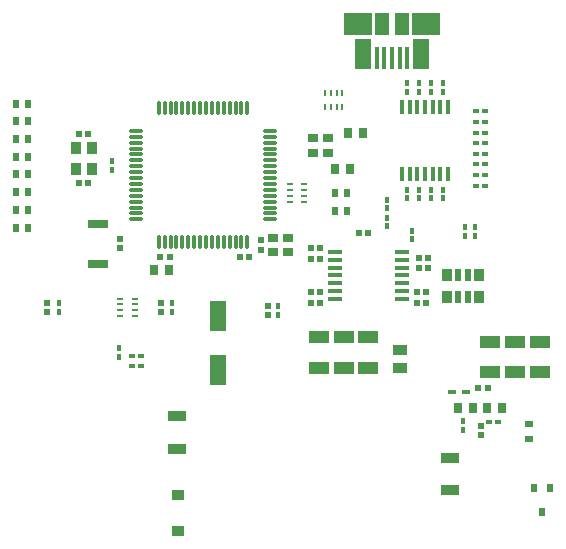
<source format=gtp>
G04*
G04 #@! TF.GenerationSoftware,Altium Limited,Altium Designer,18.0.9 (584)*
G04*
G04 Layer_Color=8421504*
%FSLAX25Y25*%
%MOIN*%
G70*
G01*
G75*
%ADD16R,0.04626X0.07480*%
%ADD17R,0.09350X0.07480*%
%ADD18R,0.05807X0.10236*%
%ADD19R,0.01772X0.07402*%
%ADD20R,0.01968X0.02953*%
%ADD21R,0.03543X0.03937*%
%ADD22O,0.01181X0.05118*%
%ADD23O,0.05118X0.01181*%
%ADD24O,0.04724X0.01575*%
%ADD25R,0.06693X0.03150*%
%ADD26O,0.00984X0.02559*%
%ADD27R,0.03347X0.04134*%
%ADD28R,0.02362X0.04134*%
%ADD29R,0.04921X0.03347*%
%ADD30R,0.03150X0.02362*%
%ADD31R,0.06496X0.03543*%
%ADD32R,0.02756X0.01181*%
%ADD33R,0.01968X0.02756*%
%ADD34R,0.03937X0.03543*%
%ADD35R,0.05512X0.10236*%
%ADD36R,0.06693X0.04331*%
%ADD37R,0.03543X0.03150*%
%ADD38R,0.02205X0.02047*%
%ADD39R,0.01772X0.01968*%
%ADD40R,0.02047X0.02205*%
%ADD41O,0.01575X0.04724*%
%ADD42R,0.01968X0.01772*%
%ADD43R,0.03150X0.03543*%
%ADD44O,0.02559X0.00984*%
D16*
X132529Y190945D02*
D03*
X139124D02*
D03*
D17*
X124360D02*
D03*
X147293D02*
D03*
D18*
X145522Y180905D02*
D03*
X126132D02*
D03*
D19*
X130709Y179488D02*
D03*
X133268D02*
D03*
X135827D02*
D03*
X138386D02*
D03*
X140945D02*
D03*
D20*
X120768Y128642D02*
D03*
X116831D02*
D03*
Y134547D02*
D03*
X120768D02*
D03*
X10630Y164370D02*
D03*
X14567D02*
D03*
Y158465D02*
D03*
X10630D02*
D03*
Y152559D02*
D03*
X14567D02*
D03*
Y146653D02*
D03*
X10630D02*
D03*
Y140748D02*
D03*
X14567D02*
D03*
Y134843D02*
D03*
X10630D02*
D03*
Y128937D02*
D03*
X14567D02*
D03*
Y123031D02*
D03*
X10630D02*
D03*
D21*
X35728Y149508D02*
D03*
Y142618D02*
D03*
X30413D02*
D03*
Y149508D02*
D03*
D22*
X58071Y162795D02*
D03*
X60039D02*
D03*
X62008D02*
D03*
X63976D02*
D03*
X65945D02*
D03*
X67913D02*
D03*
X69882D02*
D03*
X71850D02*
D03*
X73819D02*
D03*
X75787D02*
D03*
X77756D02*
D03*
X79724D02*
D03*
X81693D02*
D03*
X83661D02*
D03*
X85630D02*
D03*
X87598D02*
D03*
Y118307D02*
D03*
X85630D02*
D03*
X83661D02*
D03*
X81693D02*
D03*
X79724D02*
D03*
X77756D02*
D03*
X75787D02*
D03*
X73819D02*
D03*
X71850D02*
D03*
X69882D02*
D03*
X67913D02*
D03*
X65945D02*
D03*
X63976D02*
D03*
X62008D02*
D03*
X60039D02*
D03*
X58071D02*
D03*
D23*
X95079Y155315D02*
D03*
Y153347D02*
D03*
Y151378D02*
D03*
Y149409D02*
D03*
Y147441D02*
D03*
Y145472D02*
D03*
Y143504D02*
D03*
Y141535D02*
D03*
Y139567D02*
D03*
Y137598D02*
D03*
Y135630D02*
D03*
Y133661D02*
D03*
Y131693D02*
D03*
Y129724D02*
D03*
Y127756D02*
D03*
Y125787D02*
D03*
X50591D02*
D03*
Y127756D02*
D03*
Y129724D02*
D03*
Y131693D02*
D03*
Y133661D02*
D03*
Y135630D02*
D03*
Y137598D02*
D03*
Y139567D02*
D03*
Y141535D02*
D03*
Y143504D02*
D03*
Y145472D02*
D03*
Y147441D02*
D03*
Y149409D02*
D03*
Y151378D02*
D03*
Y153347D02*
D03*
Y155315D02*
D03*
D24*
X116732Y114764D02*
D03*
Y112205D02*
D03*
Y109646D02*
D03*
Y107087D02*
D03*
Y104528D02*
D03*
Y101969D02*
D03*
Y99410D02*
D03*
X139173Y114764D02*
D03*
Y112205D02*
D03*
Y109646D02*
D03*
Y107087D02*
D03*
Y104528D02*
D03*
Y101969D02*
D03*
Y99410D02*
D03*
D25*
X37795Y111024D02*
D03*
Y124409D02*
D03*
D26*
X113386Y163287D02*
D03*
X115354D02*
D03*
X117323D02*
D03*
X119291D02*
D03*
X113386Y168012D02*
D03*
X115354D02*
D03*
X117323D02*
D03*
X119291D02*
D03*
D27*
X164665Y107087D02*
D03*
X154232D02*
D03*
X164665Y100000D02*
D03*
X154232D02*
D03*
D28*
X161024Y107087D02*
D03*
X157874D02*
D03*
X161024Y100000D02*
D03*
X157874D02*
D03*
D29*
X138583Y82185D02*
D03*
Y76083D02*
D03*
D30*
X181496Y52559D02*
D03*
Y57677D02*
D03*
D31*
X64173Y60138D02*
D03*
Y49311D02*
D03*
X155118Y46358D02*
D03*
Y35531D02*
D03*
D32*
X160630Y68110D02*
D03*
X155905D02*
D03*
D33*
X188386Y36319D02*
D03*
X183268D02*
D03*
X185827Y28248D02*
D03*
D34*
X64567Y22047D02*
D03*
Y33858D02*
D03*
D35*
X77953Y75689D02*
D03*
Y93602D02*
D03*
D36*
X185039Y85039D02*
D03*
Y74803D02*
D03*
X176772Y85039D02*
D03*
Y74803D02*
D03*
X168504Y85039D02*
D03*
Y74803D02*
D03*
X127953Y76378D02*
D03*
Y86614D02*
D03*
X119685Y76378D02*
D03*
Y86614D02*
D03*
X111417Y76378D02*
D03*
Y86614D02*
D03*
D37*
X96161Y114764D02*
D03*
Y119685D02*
D03*
X101181Y114764D02*
D03*
Y119685D02*
D03*
X114567Y152854D02*
D03*
Y147933D02*
D03*
X109449Y152854D02*
D03*
Y147933D02*
D03*
D38*
X108701Y116142D02*
D03*
X111772D02*
D03*
X127815Y121260D02*
D03*
X124744D02*
D03*
X147894Y109646D02*
D03*
X144823D02*
D03*
X147894Y112992D02*
D03*
X144823D02*
D03*
X147205Y101575D02*
D03*
X144134D02*
D03*
X147205Y98032D02*
D03*
X144134D02*
D03*
X108701Y101575D02*
D03*
X111772D02*
D03*
X108701Y98032D02*
D03*
X111772D02*
D03*
X108701Y112598D02*
D03*
X111772D02*
D03*
X88150Y113386D02*
D03*
X85079D02*
D03*
X61673Y113091D02*
D03*
X58602D02*
D03*
X31535Y137795D02*
D03*
X34606D02*
D03*
X34606Y154331D02*
D03*
X31535D02*
D03*
X164606Y69685D02*
D03*
X167677D02*
D03*
D39*
X42520Y142224D02*
D03*
Y145177D02*
D03*
X148819Y168209D02*
D03*
Y171161D02*
D03*
X44882Y80020D02*
D03*
Y82972D02*
D03*
X148819Y135728D02*
D03*
Y132776D02*
D03*
X152756Y135728D02*
D03*
Y132776D02*
D03*
X144882Y135728D02*
D03*
Y132776D02*
D03*
X140945Y135728D02*
D03*
Y132776D02*
D03*
X144882Y168209D02*
D03*
Y171161D02*
D03*
X140945Y168209D02*
D03*
Y171161D02*
D03*
X152756Y168209D02*
D03*
Y171161D02*
D03*
X62598Y94980D02*
D03*
Y97933D02*
D03*
X159547Y58661D02*
D03*
Y55709D02*
D03*
X97736Y96949D02*
D03*
Y93996D02*
D03*
X24803Y97933D02*
D03*
Y94980D02*
D03*
X160138Y123130D02*
D03*
Y120177D02*
D03*
X163583D02*
D03*
Y123130D02*
D03*
X134055Y129429D02*
D03*
Y132382D02*
D03*
X134153Y126378D02*
D03*
Y123425D02*
D03*
X142618Y119095D02*
D03*
Y122047D02*
D03*
D40*
X92028Y115689D02*
D03*
Y118760D02*
D03*
X58661Y94921D02*
D03*
Y97992D02*
D03*
X165551Y56949D02*
D03*
Y53878D02*
D03*
X94488Y93839D02*
D03*
Y96909D02*
D03*
X20866Y94921D02*
D03*
Y97992D02*
D03*
X45276Y116181D02*
D03*
Y119252D02*
D03*
D41*
X154528Y163189D02*
D03*
X151969D02*
D03*
X149409D02*
D03*
X146850D02*
D03*
X144291D02*
D03*
X141732D02*
D03*
X139173D02*
D03*
X154528Y140748D02*
D03*
X151969D02*
D03*
X149409D02*
D03*
X146850D02*
D03*
X144291D02*
D03*
X141732D02*
D03*
X139173D02*
D03*
D42*
X166831Y137008D02*
D03*
X163878D02*
D03*
X49311Y76772D02*
D03*
X52264D02*
D03*
Y80315D02*
D03*
X49311D02*
D03*
X166831Y140551D02*
D03*
X163878D02*
D03*
X166831Y147638D02*
D03*
X163878D02*
D03*
X166831Y144095D02*
D03*
X163878D02*
D03*
X166831Y154724D02*
D03*
X163878D02*
D03*
X166831Y151181D02*
D03*
X163878D02*
D03*
X166831Y161811D02*
D03*
X163878D02*
D03*
X166831Y158268D02*
D03*
X163878D02*
D03*
X171260Y58268D02*
D03*
X168307D02*
D03*
D43*
X121063Y154724D02*
D03*
X125984D02*
D03*
X56496Y109055D02*
D03*
X61417D02*
D03*
X172539Y62992D02*
D03*
X167618D02*
D03*
X157776D02*
D03*
X162697D02*
D03*
X121752Y142520D02*
D03*
X116831D02*
D03*
D44*
X106398Y131693D02*
D03*
Y133661D02*
D03*
Y135630D02*
D03*
Y137598D02*
D03*
X101673Y131693D02*
D03*
Y133661D02*
D03*
Y135630D02*
D03*
Y137598D02*
D03*
X45276Y99410D02*
D03*
Y97441D02*
D03*
Y95472D02*
D03*
Y93504D02*
D03*
X50000Y99410D02*
D03*
Y97441D02*
D03*
Y95472D02*
D03*
Y93504D02*
D03*
M02*

</source>
